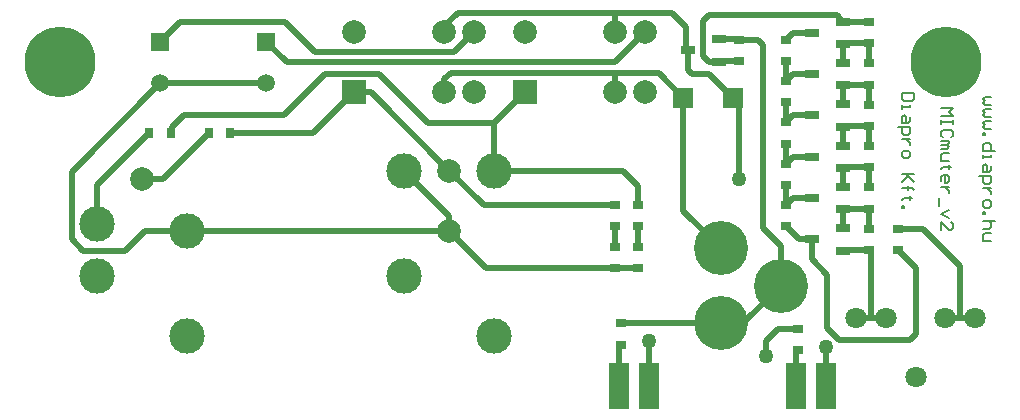
<source format=gtl>
%FSTAX24Y24*%
%MOIN*%
G70*
G01*
G75*
G04 Layer_Physical_Order=1*
G04 Layer_Color=255*
%ADD10R,0.0374X0.0315*%
%ADD11R,0.0709X0.0709*%
%ADD12R,0.0472X0.0256*%
%ADD13R,0.0315X0.0374*%
%ADD14R,0.0670X0.1575*%
%ADD15C,0.0200*%
%ADD16C,0.0079*%
%ADD17C,0.2362*%
%ADD18C,0.0787*%
%ADD19R,0.0787X0.0787*%
%ADD20R,0.0591X0.0591*%
%ADD21C,0.0591*%
%ADD22C,0.1181*%
%ADD23C,0.1800*%
%ADD24C,0.0709*%
%ADD25C,0.0500*%
D10*
X042323Y012953D02*
D03*
Y012244D02*
D03*
X048228Y012047D02*
D03*
Y012756D02*
D03*
X04626Y022402D02*
D03*
Y021693D02*
D03*
X047835Y021693D02*
D03*
Y022402D02*
D03*
Y020315D02*
D03*
Y021024D02*
D03*
Y018937D02*
D03*
Y019646D02*
D03*
Y017559D02*
D03*
Y018268D02*
D03*
Y016181D02*
D03*
Y01689D02*
D03*
X051575Y016102D02*
D03*
Y015394D02*
D03*
X050591Y022283D02*
D03*
Y022992D02*
D03*
Y020906D02*
D03*
Y021614D02*
D03*
Y019528D02*
D03*
Y020236D02*
D03*
Y01815D02*
D03*
Y018858D02*
D03*
Y016772D02*
D03*
Y01748D02*
D03*
Y015394D02*
D03*
Y016102D02*
D03*
X042126Y016181D02*
D03*
Y01689D02*
D03*
X042913Y016181D02*
D03*
Y01689D02*
D03*
X042126Y015512D02*
D03*
Y014803D02*
D03*
X042913Y015512D02*
D03*
Y014803D02*
D03*
D11*
X044409Y020472D02*
D03*
X046063D02*
D03*
D12*
X045601Y022421D02*
D03*
Y021673D02*
D03*
X044556Y022047D02*
D03*
X04869Y022638D02*
D03*
X049735Y022264D02*
D03*
Y023012D02*
D03*
X04869Y02126D02*
D03*
X049735Y020886D02*
D03*
Y021634D02*
D03*
X04869Y019882D02*
D03*
X049735Y019508D02*
D03*
Y020256D02*
D03*
X04869Y018504D02*
D03*
X049735Y01813D02*
D03*
Y018878D02*
D03*
X04869Y017126D02*
D03*
X049735Y016752D02*
D03*
Y0175D02*
D03*
X04869Y015748D02*
D03*
X049735Y015374D02*
D03*
Y016122D02*
D03*
D13*
X026614Y019291D02*
D03*
X027323D02*
D03*
X028583D02*
D03*
X029291D02*
D03*
D14*
X04325Y01085D02*
D03*
X04225D02*
D03*
X04915D02*
D03*
X04815D02*
D03*
D15*
X036433Y020654D02*
Y021079D01*
X045621Y021693D02*
X04626D01*
X045601Y021673D02*
X045621Y021693D01*
X045256Y021673D02*
X045601D01*
X045079Y02185D02*
X045256Y021673D01*
X045079Y02185D02*
Y023031D01*
X045276Y023228D01*
X049518D01*
X049735Y023012D01*
X045601Y022421D02*
X04624D01*
X04626Y022402D01*
X04689D01*
X044556Y021389D02*
Y022047D01*
Y021389D02*
X044685Y02126D01*
X045276D01*
X046063Y020472D01*
X042142Y020654D02*
Y0213D01*
X044488Y022115D02*
X044556Y022047D01*
X044488Y022115D02*
Y022835D01*
X036433Y022654D02*
Y02285D01*
X04765Y0142D02*
Y015539D01*
X04705Y016139D02*
X04765Y015539D01*
X04705Y016139D02*
Y022241D01*
X04689Y022402D02*
X04705Y022241D01*
X046063Y020472D02*
X04626Y020276D01*
X049755Y015394D02*
X050591D01*
X049735Y015374D02*
X049755Y015394D01*
X048268Y015748D02*
X04869D01*
X047835Y016181D02*
X048268Y015748D01*
X047835Y01689D02*
Y017559D01*
Y018268D02*
Y018937D01*
Y019646D02*
Y020315D01*
Y021024D02*
Y021693D01*
X048071Y022638D02*
X04869D01*
X047835Y022402D02*
X048071Y022638D01*
X048071Y02126D02*
X04869D01*
X047835Y021024D02*
X048071Y02126D01*
X048071Y019882D02*
X04869D01*
X047835Y019646D02*
X048071Y019882D01*
Y018504D02*
X04869D01*
X047835Y018268D02*
X048071Y018504D01*
Y017126D02*
X04869D01*
X047835Y01689D02*
X048071Y017126D01*
X049735Y016122D02*
Y016752D01*
Y0175D02*
Y01813D01*
Y018878D02*
Y019508D01*
Y020256D02*
Y020886D01*
Y021634D02*
Y022264D01*
X049755Y022992D02*
X050591D01*
X049735Y023012D02*
X049755Y022992D01*
X049755Y022283D02*
X050591D01*
X049735Y022264D02*
X049755Y022283D01*
X050591Y021614D02*
Y022283D01*
X049755Y020906D02*
X050591D01*
X049735Y020886D02*
X049755Y020906D01*
X050591Y020236D02*
Y020906D01*
X049755Y019528D02*
X050591D01*
X049735Y019508D02*
X049755Y019528D01*
X050591Y018858D02*
Y019528D01*
X049755Y01815D02*
X050591D01*
X049735Y01813D02*
X049755Y01815D01*
X050591Y01748D02*
Y01815D01*
Y016102D02*
Y016772D01*
X049755D02*
X050591D01*
X049735Y016752D02*
X049755Y016772D01*
X04869Y015089D02*
Y015748D01*
Y015089D02*
X049213Y014567D01*
Y012795D02*
Y014567D01*
Y012795D02*
X049606Y012402D01*
X051968D01*
X052165Y012598D01*
X051575Y015394D02*
X052165Y014803D01*
Y012598D02*
Y014803D01*
X051575Y016102D02*
X052402D01*
X053626Y014878D01*
X053134Y013118D02*
X053626D01*
X054118D01*
X053626D02*
Y014878D01*
X050591Y015394D02*
X050674Y015311D01*
X050181Y013118D02*
X050674D01*
X051166D01*
X050674D02*
Y015311D01*
X04815Y01085D02*
Y011969D01*
X048228Y012047D01*
X04225Y01085D02*
Y012171D01*
X042323Y012244D01*
X044409Y016691D02*
Y020472D01*
Y016691D02*
X04565Y01545D01*
X037748Y01689D02*
X042126D01*
X036614Y018024D02*
X037748Y01689D01*
X042913D02*
Y01752D01*
X042409Y018024D02*
X042913Y01752D01*
X038114Y018024D02*
X042409D01*
X042126Y015512D02*
Y016181D01*
X042913Y015512D02*
Y016181D01*
X042126Y014803D02*
X042913D01*
X037835D02*
X042126D01*
X036614Y016024D02*
X037835Y014803D01*
X027878Y016024D02*
X036614D01*
Y016524D01*
X035114Y018024D02*
X036614Y016524D01*
X038114Y018024D02*
Y019626D01*
X039142Y020654D01*
X033433D02*
X033984D01*
X036614Y018024D01*
X026969Y020965D02*
X030512D01*
X024016Y018012D02*
X026969Y020965D01*
X025787Y015354D02*
X026457Y016024D01*
X027878D01*
X024016Y015748D02*
X024409Y015354D01*
X024016Y015748D02*
Y018012D01*
X024409Y015354D02*
X025787D01*
X029291Y019291D02*
X032071D01*
X033433Y020654D01*
X035886Y019626D02*
X038114D01*
X034252Y02126D02*
X035886Y019626D01*
X032566Y02126D02*
X034252D01*
X032563Y021257D02*
X032566Y02126D01*
X032477Y021257D02*
X032563D01*
X031102Y019882D02*
X032477Y021257D01*
X024878Y017555D02*
X026614Y019291D01*
X024878Y016274D02*
Y017555D01*
X027067Y017776D02*
X028583Y019291D01*
X026378Y017776D02*
X027067D01*
X027362Y019488D02*
X027756Y019882D01*
X031102D01*
X04325Y01085D02*
Y01235D01*
X04915Y01085D02*
Y01215D01*
X042323Y012953D02*
X045647D01*
X04565Y01295D01*
X047556Y012756D02*
X048228D01*
X04715Y01235D02*
X047556Y012756D01*
X04715Y01185D02*
Y01235D01*
X04626Y01775D02*
Y020276D01*
X0464Y01295D02*
X04765Y0142D01*
X04565Y01295D02*
X0464D01*
X032134Y022D02*
X03678D01*
X037433Y022654D01*
X026969Y022343D02*
X027626Y023D01*
X031134D01*
X032134Y022D01*
X036433Y02285D02*
X036883Y0233D01*
X042142D01*
Y022654D02*
Y0233D01*
X044023D01*
X044488Y022835D01*
X036433Y021079D02*
X036654Y0213D01*
X043582D01*
X044409Y020472D01*
X030512Y022343D02*
X031204Y02165D01*
X042138D01*
X043142Y022654D01*
D16*
X052997Y02013D02*
X05339D01*
X053259Y019999D01*
X05339Y019868D01*
X052997D01*
X05339Y019737D02*
Y019606D01*
Y019671D01*
X052997D01*
Y019737D01*
Y019606D01*
X053325Y019146D02*
X05339Y019212D01*
Y019343D01*
X053325Y019409D01*
X053062D01*
X052997Y019343D01*
Y019212D01*
X053062Y019146D01*
X052997Y019015D02*
X053259D01*
Y01895D01*
X053193Y018884D01*
X052997D01*
X053193D01*
X053259Y018818D01*
X053193Y018753D01*
X052997D01*
X053259Y018622D02*
X053062D01*
X052997Y018556D01*
Y018359D01*
X053259D01*
X053325Y018162D02*
X053259D01*
Y018228D01*
Y018097D01*
Y018162D01*
X053062D01*
X052997Y018097D01*
Y017703D02*
Y017834D01*
X053062Y0179D01*
X053193D01*
X053259Y017834D01*
Y017703D01*
X053193Y017638D01*
X053128D01*
Y0179D01*
X053259Y017506D02*
X052997D01*
X053128D01*
X053193Y017441D01*
X053259Y017375D01*
Y01731D01*
X052931Y017113D02*
Y016851D01*
X053259Y016719D02*
X052997Y016588D01*
X053259Y016457D01*
X052997Y016063D02*
Y016326D01*
X053259Y016063D01*
X053325D01*
X05339Y016129D01*
Y01626D01*
X053325Y016326D01*
X052099Y020614D02*
X051706D01*
Y020417D01*
X051771Y020351D01*
X052034D01*
X052099Y020417D01*
Y020614D01*
X051706Y02022D02*
Y020089D01*
Y020155D01*
X051968D01*
Y02022D01*
Y019827D02*
Y019695D01*
X051902Y01963D01*
X051706D01*
Y019827D01*
X051771Y019892D01*
X051837Y019827D01*
Y01963D01*
X051574Y019499D02*
X051968D01*
Y019302D01*
X051902Y019236D01*
X051771D01*
X051706Y019302D01*
Y019499D01*
X051968Y019105D02*
X051706D01*
X051837D01*
X051902Y019039D01*
X051968Y018974D01*
Y018908D01*
X051706Y018646D02*
Y018515D01*
X051771Y018449D01*
X051902D01*
X051968Y018515D01*
Y018646D01*
X051902Y018712D01*
X051771D01*
X051706Y018646D01*
X052099Y017924D02*
X051706D01*
X051837D01*
X052099Y017662D01*
X051902Y017859D01*
X051706Y017662D01*
Y017465D02*
X052034D01*
X051902D01*
Y017531D01*
Y0174D01*
Y017465D01*
X052034D01*
X052099Y0174D01*
X052034Y017137D02*
X051968D01*
Y017203D01*
Y017072D01*
Y017137D01*
X051771D01*
X051706Y017072D01*
Y016875D02*
X051771D01*
Y016809D01*
X051706D01*
Y016875D01*
X054659Y02048D02*
X054462D01*
X054397Y020415D01*
X054462Y020349D01*
X054397Y020284D01*
X054462Y020218D01*
X054659D01*
Y020087D02*
X054462D01*
X054397Y020021D01*
X054462Y019956D01*
X054397Y01989D01*
X054462Y019824D01*
X054659D01*
Y019693D02*
X054462D01*
X054397Y019628D01*
X054462Y019562D01*
X054397Y019496D01*
X054462Y019431D01*
X054659D01*
X054397Y0193D02*
X054462D01*
Y019234D01*
X054397D01*
Y0193D01*
X05479Y018709D02*
X054397D01*
Y018906D01*
X054462Y018972D01*
X054593D01*
X054659Y018906D01*
Y018709D01*
X054397Y018578D02*
Y018447D01*
Y018512D01*
X054659D01*
Y018578D01*
Y018184D02*
Y018053D01*
X054593Y017988D01*
X054397D01*
Y018184D01*
X054462Y01825D01*
X054528Y018184D01*
Y017988D01*
X054265Y017856D02*
X054659D01*
Y01766D01*
X054593Y017594D01*
X054462D01*
X054397Y01766D01*
Y017856D01*
X054659Y017463D02*
X054397D01*
X054528D01*
X054593Y017397D01*
X054659Y017332D01*
Y017266D01*
X054397Y017004D02*
Y016873D01*
X054462Y016807D01*
X054593D01*
X054659Y016873D01*
Y017004D01*
X054593Y017069D01*
X054462D01*
X054397Y017004D01*
Y016676D02*
X054462D01*
Y01661D01*
X054397D01*
Y016676D01*
X05479Y016348D02*
X054397D01*
X054593D01*
X054659Y016282D01*
Y016151D01*
X054593Y016085D01*
X054397D01*
X054659Y015954D02*
X054462D01*
X054397Y015889D01*
Y015692D01*
X054659D01*
D17*
X05315Y021654D02*
D03*
X023622D02*
D03*
D18*
X037433Y022654D02*
D03*
X036433D02*
D03*
X033433D02*
D03*
X037433Y020654D02*
D03*
X036433D02*
D03*
X043142Y022654D02*
D03*
X042142D02*
D03*
X039142D02*
D03*
X043142Y020654D02*
D03*
X042142D02*
D03*
X026378Y017776D02*
D03*
X036614Y018024D02*
D03*
Y016024D02*
D03*
D19*
X033433Y020654D02*
D03*
X039142D02*
D03*
D20*
X030512Y022343D02*
D03*
X026969D02*
D03*
D21*
X030512Y020965D02*
D03*
X026969D02*
D03*
D22*
X024878Y014524D02*
D03*
Y016274D02*
D03*
X027878Y016024D02*
D03*
Y012524D02*
D03*
X035114Y014524D02*
D03*
Y018024D02*
D03*
X038114D02*
D03*
Y012524D02*
D03*
D23*
X04565Y01545D02*
D03*
Y01295D02*
D03*
X04765Y0142D02*
D03*
D24*
X05215Y01115D02*
D03*
X050181Y013118D02*
D03*
X054118D02*
D03*
X051166D02*
D03*
X053134D02*
D03*
D25*
X04325Y01235D02*
D03*
X04915Y01215D02*
D03*
X04715Y01185D02*
D03*
X04625Y01775D02*
D03*
M02*

</source>
